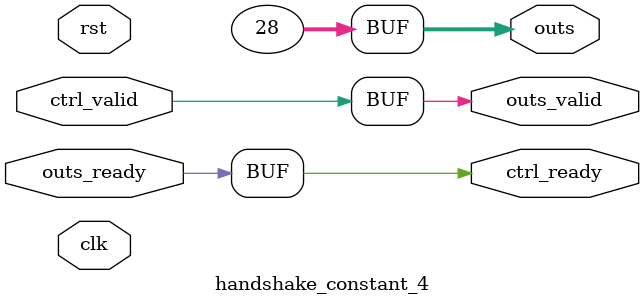
<source format=v>
`timescale 1ns / 1ps
module handshake_constant_4 #(
  parameter DATA_WIDTH = 32  // Default set to 32 bits
) (
  input                       clk,
  input                       rst,
  // Input Channel
  input                       ctrl_valid,
  output                      ctrl_ready,
  // Output Channel
  output [DATA_WIDTH - 1 : 0] outs,
  output                      outs_valid,
  input                       outs_ready
);
  assign outs       = 6'b011100;
  assign outs_valid = ctrl_valid;
  assign ctrl_ready = outs_ready;

endmodule

</source>
